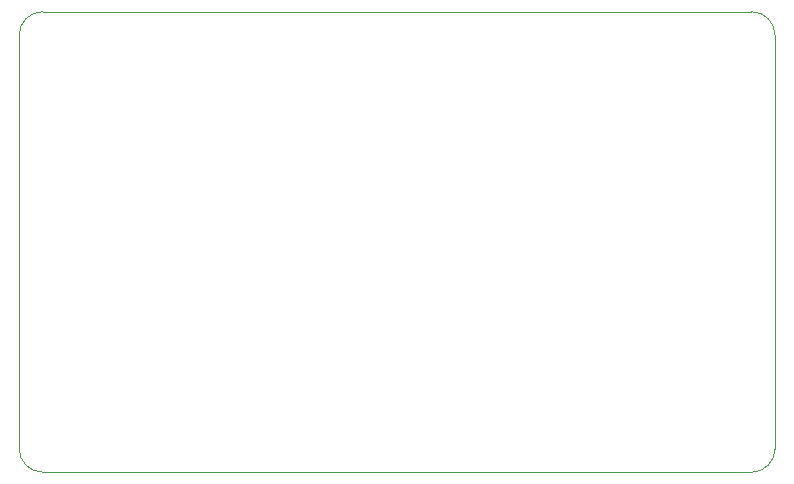
<source format=gbr>
G04 #@! TF.GenerationSoftware,KiCad,Pcbnew,(6.0.7)*
G04 #@! TF.CreationDate,2023-02-18T12:54:12-08:00*
G04 #@! TF.ProjectId,SwitchControllerBoard,53776974-6368-4436-9f6e-74726f6c6c65,rev?*
G04 #@! TF.SameCoordinates,Original*
G04 #@! TF.FileFunction,Profile,NP*
%FSLAX46Y46*%
G04 Gerber Fmt 4.6, Leading zero omitted, Abs format (unit mm)*
G04 Created by KiCad (PCBNEW (6.0.7)) date 2023-02-18 12:54:12*
%MOMM*%
%LPD*%
G01*
G04 APERTURE LIST*
G04 #@! TA.AperFunction,Profile*
%ADD10C,0.038100*%
G04 #@! TD*
G04 APERTURE END LIST*
D10*
X106000000Y-34000000D02*
X166000000Y-34000000D01*
X166000000Y-73000000D02*
X106000000Y-73000000D01*
X104000000Y-71000000D02*
X104000000Y-36000000D01*
X166000000Y-73000000D02*
G75*
G03*
X168000000Y-71000000I0J2000000D01*
G01*
X106000000Y-34000000D02*
G75*
G03*
X104000000Y-36000000I0J-2000000D01*
G01*
X168000000Y-36000000D02*
G75*
G03*
X166000000Y-34000000I-2000000J0D01*
G01*
X168000000Y-36000000D02*
X168000000Y-71000000D01*
X104000000Y-71000000D02*
G75*
G03*
X106000000Y-73000000I2000000J0D01*
G01*
M02*

</source>
